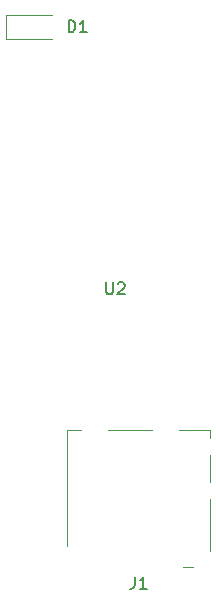
<source format=gbr>
%TF.GenerationSoftware,KiCad,Pcbnew,(6.0.6-0)*%
%TF.CreationDate,2022-07-29T16:47:40-07:00*%
%TF.ProjectId,sd_bt_streamer,73645f62-745f-4737-9472-65616d65722e,rev?*%
%TF.SameCoordinates,Original*%
%TF.FileFunction,Legend,Top*%
%TF.FilePolarity,Positive*%
%FSLAX46Y46*%
G04 Gerber Fmt 4.6, Leading zero omitted, Abs format (unit mm)*
G04 Created by KiCad (PCBNEW (6.0.6-0)) date 2022-07-29 16:47:40*
%MOMM*%
%LPD*%
G01*
G04 APERTURE LIST*
%ADD10C,0.150000*%
%ADD11C,0.120000*%
G04 APERTURE END LIST*
D10*
%TO.C,J1*%
X163666666Y-105382380D02*
X163666666Y-106096666D01*
X163619047Y-106239523D01*
X163523809Y-106334761D01*
X163380952Y-106382380D01*
X163285714Y-106382380D01*
X164666666Y-106382380D02*
X164095238Y-106382380D01*
X164380952Y-106382380D02*
X164380952Y-105382380D01*
X164285714Y-105525238D01*
X164190476Y-105620476D01*
X164095238Y-105668095D01*
%TO.C,U2*%
X161238095Y-80452380D02*
X161238095Y-81261904D01*
X161285714Y-81357142D01*
X161333333Y-81404761D01*
X161428571Y-81452380D01*
X161619047Y-81452380D01*
X161714285Y-81404761D01*
X161761904Y-81357142D01*
X161809523Y-81261904D01*
X161809523Y-80452380D01*
X162238095Y-80547619D02*
X162285714Y-80500000D01*
X162380952Y-80452380D01*
X162619047Y-80452380D01*
X162714285Y-80500000D01*
X162761904Y-80547619D01*
X162809523Y-80642857D01*
X162809523Y-80738095D01*
X162761904Y-80880952D01*
X162190476Y-81452380D01*
X162809523Y-81452380D01*
%TO.C,D1*%
X158061904Y-59252380D02*
X158061904Y-58252380D01*
X158300000Y-58252380D01*
X158442857Y-58300000D01*
X158538095Y-58395238D01*
X158585714Y-58490476D01*
X158633333Y-58680952D01*
X158633333Y-58823809D01*
X158585714Y-59014285D01*
X158538095Y-59109523D01*
X158442857Y-59204761D01*
X158300000Y-59252380D01*
X158061904Y-59252380D01*
X159585714Y-59252380D02*
X159014285Y-59252380D01*
X159300000Y-59252380D02*
X159300000Y-58252380D01*
X159204761Y-58395238D01*
X159109523Y-58490476D01*
X159014285Y-58538095D01*
D11*
%TO.C,J1*%
X168590000Y-104570000D02*
X167730000Y-104570000D01*
X157890000Y-92930000D02*
X157890000Y-102750000D01*
X159120000Y-92930000D02*
X157890000Y-92930000D01*
X165090000Y-92930000D02*
X161420000Y-92930000D01*
X170070000Y-92930000D02*
X167390000Y-92930000D01*
X170070000Y-93650000D02*
X170070000Y-92930000D01*
X170070000Y-97350000D02*
X170070000Y-95050000D01*
X170070000Y-103200000D02*
X170070000Y-98750000D01*
%TO.C,D1*%
X152750000Y-57800000D02*
X156650000Y-57800000D01*
X152750000Y-57800000D02*
X152750000Y-59800000D01*
X152750000Y-59800000D02*
X156650000Y-59800000D01*
%TD*%
M02*

</source>
